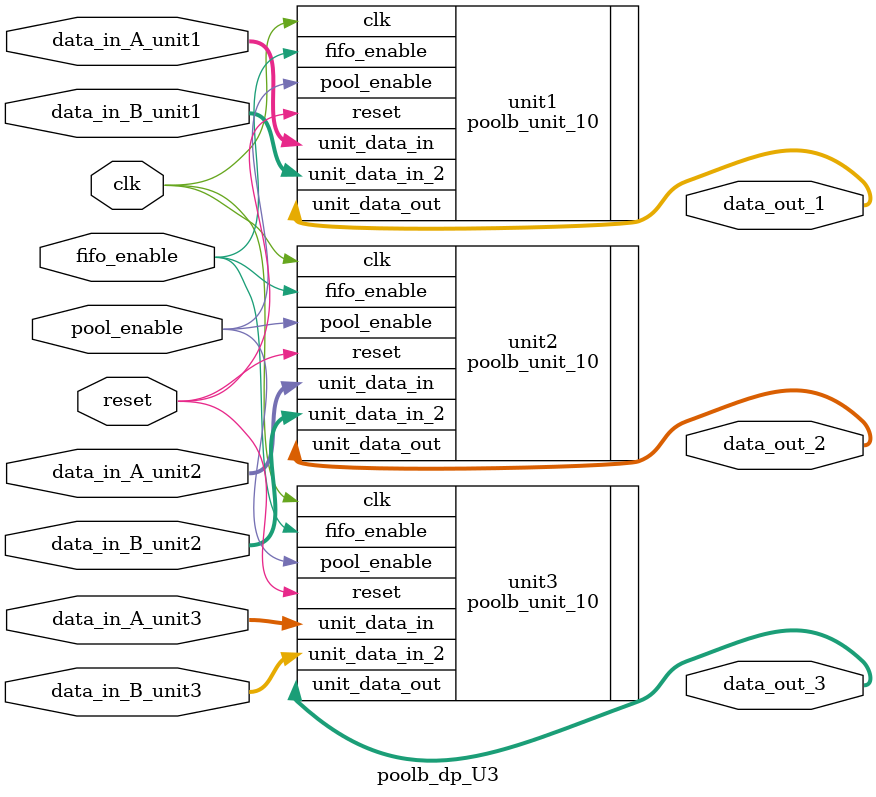
<source format=v>
`timescale 1ns / 1ps


module 
 poolb_dp_U3 #(parameter
///////////advanced parameters//////////
	DATA_WIDTH 			  = 32,
	////////////////////////////////////
	IFM_SIZE              = 10,                                                
	IFM_DEPTH             = 30,
	ARITH_TYPE 				= 0,
	KERNAL_SIZE           = 2
)(
	input 							clk,
	input 							reset,
	input 							fifo_enable,
	input							pool_enable,
	input [DATA_WIDTH-1:0] data_in_A_unit1,
	input [DATA_WIDTH-1:0] data_in_B_unit1,
	input [DATA_WIDTH-1:0] data_in_A_unit2,
	input [DATA_WIDTH-1:0] data_in_B_unit2,
	input [DATA_WIDTH-1:0] data_in_A_unit3,
	input [DATA_WIDTH-1:0] data_in_B_unit3,
	output [DATA_WIDTH-1:0] data_out_1,
	output [DATA_WIDTH-1:0] data_out_2,
	output [DATA_WIDTH-1:0] data_out_3
	);
	poolb_unit_10 #(.DATA_WIDTH(DATA_WIDTH), 
	.IFM_SIZE(IFM_SIZE), 
	.ARITH_TYPE(ARITH_TYPE),
	.KERNAL_SIZE(KERNAL_SIZE))
    unit1(
    .clk(clk),
	.reset(reset),
	.fifo_enable(fifo_enable),
	.pool_enable(pool_enable),
	.unit_data_in(data_in_A_unit1),
	.unit_data_in_2(data_in_B_unit1),
    .unit_data_out(data_out_1)
    );
	
	poolb_unit_10 #(.DATA_WIDTH(DATA_WIDTH), 
	.IFM_SIZE(IFM_SIZE), 
	.ARITH_TYPE(ARITH_TYPE),
	.KERNAL_SIZE(KERNAL_SIZE))
    unit2(
    .clk(clk),
	.reset(reset),
	.fifo_enable(fifo_enable),
	.pool_enable(pool_enable),
	.unit_data_in(data_in_A_unit2),
	.unit_data_in_2(data_in_B_unit2),
    .unit_data_out(data_out_2)
    );
	
	poolb_unit_10 #(.DATA_WIDTH(DATA_WIDTH), 
	.IFM_SIZE(IFM_SIZE), 
	.ARITH_TYPE(ARITH_TYPE),
	.KERNAL_SIZE(KERNAL_SIZE))
    unit3(
    .clk(clk),
	.reset(reset),
	.fifo_enable(fifo_enable),
	.pool_enable(pool_enable),
	.unit_data_in(data_in_A_unit3),
	.unit_data_in_2(data_in_B_unit3),
    .unit_data_out(data_out_3)
    );
	
endmodule
	

</source>
